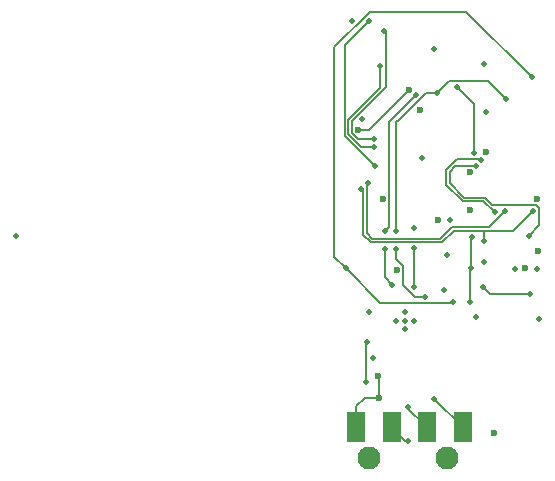
<source format=gbr>
%TF.GenerationSoftware,KiCad,Pcbnew,(6.0.0)*%
%TF.CreationDate,2022-02-22T11:37:22+00:00*%
%TF.ProjectId,Tracer,54726163-6572-42e6-9b69-6361645f7063,A*%
%TF.SameCoordinates,Original*%
%TF.FileFunction,Copper,L4,Bot*%
%TF.FilePolarity,Positive*%
%FSLAX46Y46*%
G04 Gerber Fmt 4.6, Leading zero omitted, Abs format (unit mm)*
G04 Created by KiCad (PCBNEW (6.0.0)) date 2022-02-22 11:37:22*
%MOMM*%
%LPD*%
G01*
G04 APERTURE LIST*
%TA.AperFunction,ComponentPad*%
%ADD10C,1.950000*%
%TD*%
%TA.AperFunction,SMDPad,CuDef*%
%ADD11R,1.524000X2.540000*%
%TD*%
%TA.AperFunction,ViaPad*%
%ADD12C,0.500000*%
%TD*%
%TA.AperFunction,ViaPad*%
%ADD13C,0.600000*%
%TD*%
%TA.AperFunction,Conductor*%
%ADD14C,0.150000*%
%TD*%
%TA.AperFunction,Conductor*%
%ADD15C,0.200000*%
%TD*%
G04 APERTURE END LIST*
D10*
%TO.P,J1,MH1,MH1*%
%TO.N,unconnected-(J1-PadMH1)*%
X165000000Y-115137500D03*
%TO.P,J1,MH2,MH2*%
%TO.N,unconnected-(J1-PadMH2)*%
X171600000Y-115137500D03*
%TD*%
D11*
%TO.P,TP1,1,VBUS*%
%TO.N,Net-(D1-Pad2)*%
X163900000Y-112550000D03*
%TO.P,TP1,2,D-*%
%TO.N,D-*%
X166900000Y-112550000D03*
%TO.P,TP1,3,D+*%
%TO.N,D+*%
X169900000Y-112550000D03*
%TO.P,TP1,4,GND*%
%TO.N,GND*%
X172900000Y-112550000D03*
%TD*%
D12*
%TO.N,+BATT*%
X163000000Y-99050000D03*
X172050000Y-101900000D03*
X178750000Y-82900000D03*
%TO.N,GND*%
X171300000Y-100900000D03*
X165000000Y-102750000D03*
X177300000Y-99150000D03*
X170450000Y-80550000D03*
X170500000Y-110100000D03*
X168000000Y-104250000D03*
X165300000Y-106700000D03*
X168000000Y-103500000D03*
X168000000Y-102750000D03*
X174700000Y-98550000D03*
X167250000Y-103500000D03*
X179200000Y-99100000D03*
X169500000Y-89750000D03*
X171800000Y-95000000D03*
X163500000Y-78150000D03*
X135100000Y-96350000D03*
X174700000Y-81750000D03*
X171550000Y-97950000D03*
X164400000Y-86400000D03*
X174900000Y-85800000D03*
X168750000Y-103500000D03*
X179350000Y-103350000D03*
X174000000Y-103200000D03*
D13*
%TO.N,+3V3*%
X170850000Y-95000000D03*
X166150000Y-93200000D03*
X178194246Y-99053969D03*
X169250000Y-85700000D03*
X179250000Y-97640500D03*
X173500000Y-94100000D03*
X174900000Y-89250000D03*
X167324500Y-99200000D03*
X179157960Y-93193909D03*
X175550000Y-113000000D03*
X173500000Y-90950000D03*
D12*
%TO.N,RST*%
X173900000Y-89300000D03*
X172400000Y-83700000D03*
%TO.N,VBUS*%
X173629362Y-99041027D03*
X173500000Y-101950000D03*
X173700000Y-96400000D03*
D13*
%TO.N,VDDSDIO*%
X168400000Y-84000000D03*
X164050000Y-87400000D03*
D12*
%TO.N,Net-(D4-Pad1)*%
X178600000Y-101250000D03*
X174660523Y-100660523D03*
%TO.N,GPIO10*%
X165904439Y-81950000D03*
X165364637Y-88785363D03*
%TO.N,GPIO17*%
X165400731Y-88136864D03*
X166250000Y-79000000D03*
%TO.N,GPIO7*%
X165000000Y-78100000D03*
X165450000Y-90450000D03*
%TO.N,GPIO36*%
X178483736Y-96303248D03*
X174000000Y-90450000D03*
%TO.N,GPIO37*%
X175600000Y-94350000D03*
X174474511Y-89924511D03*
%TO.N,GPIO18*%
X164900000Y-91850000D03*
X176500000Y-94250000D03*
%TO.N,GPIO23*%
X178900000Y-94200000D03*
X164325500Y-92335444D03*
X174700000Y-96750500D03*
%TO.N,D+*%
X168300000Y-110800000D03*
%TO.N,D-*%
X164758236Y-108741764D03*
X168250000Y-113700000D03*
X164800000Y-105300000D03*
%TO.N,RTS*%
X176600000Y-84750000D03*
X170750000Y-84250000D03*
X167274500Y-95900000D03*
X169700000Y-101500000D03*
X167274500Y-97450000D03*
%TO.N,TXD*%
X168750000Y-97350000D03*
X168800000Y-95700000D03*
X168750000Y-100700000D03*
%TO.N,DTR*%
X168990170Y-84375500D03*
X166300000Y-95950000D03*
X166325500Y-97450000D03*
X166949119Y-100450881D03*
D13*
%TO.N,Net-(D1-Pad2)*%
X165700000Y-108200000D03*
X165850000Y-110050000D03*
%TD*%
D14*
%TO.N,+BATT*%
X162050000Y-80378939D02*
X165078939Y-77350000D01*
X173200000Y-77350000D02*
X178750000Y-82900000D01*
X162050000Y-98100000D02*
X162050000Y-80378939D01*
X165924511Y-101974511D02*
X163000000Y-99050000D01*
X165078939Y-77350000D02*
X173200000Y-77350000D01*
X172050000Y-101900000D02*
X171975489Y-101974511D01*
X163000000Y-99050000D02*
X162050000Y-98100000D01*
X171975489Y-101974511D02*
X168024511Y-101974511D01*
X168024511Y-101974511D02*
X165924511Y-101974511D01*
%TO.N,GND*%
X172900000Y-112500000D02*
X170500000Y-110100000D01*
X172900000Y-112550000D02*
X172900000Y-112500000D01*
%TO.N,RST*%
X173900000Y-85200000D02*
X172400000Y-83700000D01*
X173900000Y-89300000D02*
X173900000Y-85200000D01*
%TO.N,VBUS*%
X173500000Y-99170389D02*
X173629362Y-99041027D01*
X173629362Y-99041027D02*
X173629362Y-96470638D01*
X173629362Y-96470638D02*
X173700000Y-96400000D01*
X173500000Y-101950000D02*
X173500000Y-99170389D01*
D15*
%TO.N,VDDSDIO*%
X165000000Y-87400000D02*
X164050000Y-87400000D01*
X168400000Y-84000000D02*
X165000000Y-87400000D01*
D14*
%TO.N,Net-(D4-Pad1)*%
X178600000Y-101250000D02*
X175250000Y-101250000D01*
X175250000Y-101250000D02*
X174660523Y-100660523D01*
%TO.N,GPIO10*%
X165904439Y-83800914D02*
X165904439Y-81950000D01*
X165364637Y-88785363D02*
X164270006Y-88785363D01*
X163200000Y-86505353D02*
X165827677Y-83877676D01*
X165827677Y-83877676D02*
X165904439Y-83800914D01*
X164270006Y-88785363D02*
X163200000Y-87715357D01*
X163200000Y-87715357D02*
X163200000Y-86505353D01*
%TO.N,GPIO17*%
X166378939Y-83750000D02*
X166378939Y-79128939D01*
X164045092Y-88136864D02*
X163525489Y-87617261D01*
X165400731Y-88136864D02*
X164045092Y-88136864D01*
X163525489Y-87617261D02*
X163525489Y-86603450D01*
X163525489Y-86603450D02*
X166378939Y-83750000D01*
X166378939Y-79128939D02*
X166250000Y-79000000D01*
%TO.N,GPIO7*%
X165000000Y-78100000D02*
X162900480Y-80199520D01*
X162900480Y-80199520D02*
X162900480Y-87900480D01*
X162900480Y-87900480D02*
X165450000Y-90450000D01*
%TO.N,GPIO36*%
X178483736Y-96303248D02*
X179374511Y-95412473D01*
X179374511Y-95412473D02*
X179374511Y-94003450D01*
X173975489Y-90425489D02*
X174000000Y-90450000D01*
X179084268Y-93713207D02*
X175413207Y-93713207D01*
X173023586Y-93100000D02*
X171799520Y-91875934D01*
X179374511Y-94003450D02*
X179084268Y-93713207D01*
X172274511Y-90425489D02*
X173975489Y-90425489D01*
X171799520Y-91875934D02*
X171799520Y-90900480D01*
X175413207Y-93713207D02*
X174800000Y-93100000D01*
X174800000Y-93100000D02*
X173023586Y-93100000D01*
X171799520Y-90900480D02*
X172274511Y-90425489D01*
%TO.N,GPIO37*%
X175600000Y-94350000D02*
X174650000Y-93400000D01*
X172900000Y-93400000D02*
X171500000Y-92000000D01*
X174650000Y-93400000D02*
X172900000Y-93400000D01*
X172426414Y-89850000D02*
X174400000Y-89850000D01*
X171500000Y-92000000D02*
X171500000Y-90776414D01*
X174474511Y-89924511D02*
X174400000Y-89850000D01*
X171500000Y-90776414D02*
X172426414Y-89850000D01*
%TO.N,GPIO18*%
X164800000Y-91950000D02*
X164900000Y-91850000D01*
X176500000Y-94250000D02*
X175149520Y-95600480D01*
X175149520Y-95600480D02*
X171999520Y-95600480D01*
X165350000Y-96575969D02*
X165249555Y-96575969D01*
X171999520Y-95600480D02*
X171024031Y-96575969D01*
X171024031Y-96575969D02*
X165350000Y-96575969D01*
X165249555Y-96575969D02*
X164800000Y-96126414D01*
X164800000Y-96126414D02*
X164800000Y-91950000D01*
%TO.N,GPIO23*%
X164490056Y-92500000D02*
X164325500Y-92335444D01*
X164500000Y-92500000D02*
X164490056Y-92500000D01*
X177200000Y-95900000D02*
X178900000Y-94200000D01*
X172150000Y-95900000D02*
X171174511Y-96875489D01*
X165125489Y-96875489D02*
X164500000Y-96250000D01*
X175900000Y-95900000D02*
X177200000Y-95900000D01*
X174700000Y-95900000D02*
X174700000Y-96750500D01*
X174700000Y-95900000D02*
X172150000Y-95900000D01*
X164500000Y-96250000D02*
X164500000Y-92500000D01*
X171174511Y-96875489D02*
X165125489Y-96875489D01*
X175900000Y-95900000D02*
X174700000Y-95900000D01*
D15*
%TO.N,D+*%
X168300000Y-110800000D02*
X168300000Y-110950000D01*
X168300000Y-110950000D02*
X169900000Y-112550000D01*
%TO.N,D-*%
X168050000Y-113700000D02*
X166900000Y-112550000D01*
X168250000Y-113700000D02*
X168050000Y-113700000D01*
X164758236Y-105341764D02*
X164800000Y-105300000D01*
X164758236Y-108741764D02*
X164758236Y-105341764D01*
D14*
%TO.N,RTS*%
X168878939Y-101500000D02*
X167849011Y-100470072D01*
X167849011Y-100470072D02*
X167849011Y-98899502D01*
X167499509Y-98550000D02*
X167274500Y-98324991D01*
X169786731Y-84250000D02*
X170750000Y-84250000D01*
X170750000Y-84250000D02*
X171774511Y-83225489D01*
X169700000Y-101500000D02*
X168878939Y-101500000D01*
X167849011Y-98899502D02*
X167499509Y-98550000D01*
X167274500Y-86625500D02*
X167411231Y-86625500D01*
X171774511Y-83225489D02*
X175075489Y-83225489D01*
X167411231Y-86625500D02*
X169786731Y-84250000D01*
X167274500Y-95900000D02*
X167274500Y-86625500D01*
X175075489Y-83225489D02*
X176600000Y-84750000D01*
X167274500Y-98324991D02*
X167274500Y-97450000D01*
%TO.N,TXD*%
X168750000Y-95750000D02*
X168800000Y-95700000D01*
X168750000Y-100700000D02*
X168750000Y-97350000D01*
%TO.N,DTR*%
X166949119Y-100450881D02*
X166325500Y-99827262D01*
X166674511Y-86691159D02*
X168990170Y-84375500D01*
X166325500Y-99827262D02*
X166325500Y-97450000D01*
X166799989Y-100301751D02*
X166949119Y-100450881D01*
X166674511Y-95575489D02*
X166674511Y-86691159D01*
X166300000Y-95950000D02*
X166674511Y-95575489D01*
D15*
%TO.N,Net-(D1-Pad2)*%
X164600000Y-110050000D02*
X165850000Y-110050000D01*
X163900000Y-112550000D02*
X163900000Y-110750000D01*
X163900000Y-110750000D02*
X164600000Y-110050000D01*
X165850000Y-108350000D02*
X165700000Y-108200000D01*
X165850000Y-110050000D02*
X165850000Y-108350000D01*
%TD*%
M02*

</source>
